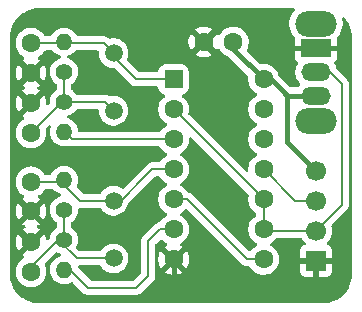
<source format=gbr>
%TF.GenerationSoftware,KiCad,Pcbnew,9.0.1*%
%TF.CreationDate,2025-04-18T19:28:50+01:00*%
%TF.ProjectId,ClockSel,436c6f63-6b53-4656-9c2e-6b696361645f,rev?*%
%TF.SameCoordinates,Original*%
%TF.FileFunction,Copper,L1,Top*%
%TF.FilePolarity,Positive*%
%FSLAX46Y46*%
G04 Gerber Fmt 4.6, Leading zero omitted, Abs format (unit mm)*
G04 Created by KiCad (PCBNEW 9.0.1) date 2025-04-18 19:28:50*
%MOMM*%
%LPD*%
G01*
G04 APERTURE LIST*
G04 Aperture macros list*
%AMRoundRect*
0 Rectangle with rounded corners*
0 $1 Rounding radius*
0 $2 $3 $4 $5 $6 $7 $8 $9 X,Y pos of 4 corners*
0 Add a 4 corners polygon primitive as box body*
4,1,4,$2,$3,$4,$5,$6,$7,$8,$9,$2,$3,0*
0 Add four circle primitives for the rounded corners*
1,1,$1+$1,$2,$3*
1,1,$1+$1,$4,$5*
1,1,$1+$1,$6,$7*
1,1,$1+$1,$8,$9*
0 Add four rect primitives between the rounded corners*
20,1,$1+$1,$2,$3,$4,$5,0*
20,1,$1+$1,$4,$5,$6,$7,0*
20,1,$1+$1,$6,$7,$8,$9,0*
20,1,$1+$1,$8,$9,$2,$3,0*%
G04 Aperture macros list end*
%TA.AperFunction,ComponentPad*%
%ADD10C,1.600000*%
%TD*%
%TA.AperFunction,ComponentPad*%
%ADD11R,1.700000X1.700000*%
%TD*%
%TA.AperFunction,ComponentPad*%
%ADD12C,1.700000*%
%TD*%
%TA.AperFunction,ComponentPad*%
%ADD13C,1.500000*%
%TD*%
%TA.AperFunction,ComponentPad*%
%ADD14C,1.400000*%
%TD*%
%TA.AperFunction,ComponentPad*%
%ADD15O,1.400000X1.400000*%
%TD*%
%TA.AperFunction,ComponentPad*%
%ADD16O,3.500000X2.200000*%
%TD*%
%TA.AperFunction,ComponentPad*%
%ADD17R,2.500000X1.500000*%
%TD*%
%TA.AperFunction,ComponentPad*%
%ADD18O,2.500000X1.500000*%
%TD*%
%TA.AperFunction,ComponentPad*%
%ADD19RoundRect,0.250000X-0.550000X-0.550000X0.550000X-0.550000X0.550000X0.550000X-0.550000X0.550000X0*%
%TD*%
%TA.AperFunction,ViaPad*%
%ADD20C,0.600000*%
%TD*%
%TA.AperFunction,Conductor*%
%ADD21C,0.400000*%
%TD*%
%TA.AperFunction,Conductor*%
%ADD22C,0.200000*%
%TD*%
G04 APERTURE END LIST*
D10*
%TO.P,C3,1*%
%TO.N,GND*%
X118650000Y-81710000D03*
%TO.P,C3,2*%
%TO.N,Net-(C3-Pad2)*%
X118650000Y-79210000D03*
%TD*%
%TO.P,C4,1*%
%TO.N,GND*%
X118650000Y-84310000D03*
%TO.P,C4,2*%
%TO.N,Net-(C4-Pad2)*%
X118650000Y-86810000D03*
%TD*%
D11*
%TO.P,J1,1,Pin_1*%
%TO.N,GND*%
X142780000Y-85890000D03*
D12*
%TO.P,J1,2,Pin_2*%
%TO.N,/Sel*%
X142780000Y-83350000D03*
%TO.P,J1,3,Pin_3*%
%TO.N,/Out*%
X142780000Y-80810000D03*
%TO.P,J1,4,Pin_4*%
%TO.N,VCC*%
X142780000Y-78270000D03*
%TD*%
D13*
%TO.P,Y2,1,1*%
%TO.N,Net-(C3-Pad2)*%
X125635000Y-80810000D03*
%TO.P,Y2,2,2*%
%TO.N,Net-(C4-Pad2)*%
X125635000Y-85690000D03*
%TD*%
D10*
%TO.P,C5,1*%
%TO.N,VCC*%
X135775000Y-67360000D03*
%TO.P,C5,2*%
%TO.N,GND*%
X133275000Y-67360000D03*
%TD*%
%TO.P,C2,1*%
%TO.N,GND*%
X118650000Y-72555000D03*
%TO.P,C2,2*%
%TO.N,Net-(C2-Pad2)*%
X118650000Y-75055000D03*
%TD*%
D14*
%TO.P,R3,1*%
%TO.N,Net-(C4-Pad2)*%
X121444000Y-81584000D03*
D15*
%TO.P,R3,2*%
%TO.N,Net-(C3-Pad2)*%
X121444000Y-79044000D03*
%TD*%
D13*
%TO.P,Y1,1,1*%
%TO.N,Net-(C1-Pad2)*%
X125635000Y-68310000D03*
%TO.P,Y1,2,2*%
%TO.N,Net-(C2-Pad2)*%
X125635000Y-73190000D03*
%TD*%
D14*
%TO.P,R2,1*%
%TO.N,Net-(C2-Pad2)*%
X121444000Y-72440000D03*
D15*
%TO.P,R2,2*%
%TO.N,Net-(R2-Pad2)*%
X121444000Y-74980000D03*
%TD*%
D10*
%TO.P,C1,1*%
%TO.N,GND*%
X118650000Y-69975000D03*
%TO.P,C1,2*%
%TO.N,Net-(C1-Pad2)*%
X118650000Y-67475000D03*
%TD*%
D16*
%TO.P,SW1,*%
%TO.N,*%
X142780000Y-65820000D03*
X142780000Y-74020000D03*
D17*
%TO.P,SW1,1,A*%
%TO.N,GND*%
X142780000Y-67920000D03*
D18*
%TO.P,SW1,2,B*%
%TO.N,/Sel*%
X142780000Y-69920000D03*
%TO.P,SW1,3,C*%
%TO.N,VCC*%
X142780000Y-71920000D03*
%TD*%
D14*
%TO.P,R4,1*%
%TO.N,Net-(C4-Pad2)*%
X121444000Y-84124000D03*
D15*
%TO.P,R4,2*%
%TO.N,Net-(R4-Pad2)*%
X121444000Y-86664000D03*
%TD*%
D19*
%TO.P,U1,1*%
%TO.N,Net-(C1-Pad2)*%
X130715000Y-70535000D03*
D10*
%TO.P,U1,2*%
%TO.N,/Sel*%
X130715000Y-73075000D03*
%TO.P,U1,3*%
%TO.N,Net-(R2-Pad2)*%
X130715000Y-75615000D03*
%TO.P,U1,4*%
%TO.N,Net-(C3-Pad2)*%
X130715000Y-78155000D03*
%TO.P,U1,5*%
%TO.N,/~{Sel}*%
X130715000Y-80695000D03*
%TO.P,U1,6*%
%TO.N,Net-(R4-Pad2)*%
X130715000Y-83235000D03*
%TO.P,U1,7,GND*%
%TO.N,GND*%
X130715000Y-85775000D03*
%TO.P,U1,8*%
%TO.N,/~{Sel}*%
X138335000Y-85775000D03*
%TO.P,U1,9*%
%TO.N,/Sel*%
X138335000Y-83235000D03*
%TO.P,U1,10*%
X138335000Y-80695000D03*
%TO.P,U1,11*%
%TO.N,/Out*%
X138335000Y-78155000D03*
%TO.P,U1,12*%
%TO.N,Net-(R4-Pad2)*%
X138335000Y-75615000D03*
%TO.P,U1,13*%
%TO.N,Net-(R2-Pad2)*%
X138335000Y-73075000D03*
%TO.P,U1,14,VCC*%
%TO.N,VCC*%
X138335000Y-70535000D03*
%TD*%
D14*
%TO.P,R1,1*%
%TO.N,Net-(C2-Pad2)*%
X121444000Y-69900000D03*
D15*
%TO.P,R1,2*%
%TO.N,Net-(C1-Pad2)*%
X121444000Y-67360000D03*
%TD*%
D20*
%TO.N,GND*%
X132620000Y-78270000D03*
X136430000Y-74345000D03*
X125508000Y-83108000D03*
X135795000Y-82715000D03*
X125508000Y-70916000D03*
%TD*%
D21*
%TO.N,GND*%
X140292000Y-67920000D02*
X137700000Y-65328000D01*
X130715000Y-87795000D02*
X131350000Y-88430000D01*
X142780000Y-67920000D02*
X140292000Y-67920000D01*
X142780000Y-87795000D02*
X142780000Y-85890000D01*
X142145000Y-88430000D02*
X142780000Y-87795000D01*
X143280000Y-67920000D02*
X142780000Y-67920000D01*
X131350000Y-88430000D02*
X142145000Y-88430000D01*
X130715000Y-85775000D02*
X130715000Y-87795000D01*
X135422000Y-65328000D02*
X133275000Y-67475000D01*
X137700000Y-65328000D02*
X135422000Y-65328000D01*
D22*
%TO.N,Net-(C1-Pad2)*%
X125635000Y-68630000D02*
X125635000Y-68310000D01*
X124800000Y-67475000D02*
X125635000Y-68310000D01*
X118650000Y-67475000D02*
X124800000Y-67475000D01*
X130715000Y-70535000D02*
X127540000Y-70535000D01*
X127540000Y-70535000D02*
X125635000Y-68630000D01*
%TO.N,Net-(C2-Pad2)*%
X124885000Y-72440000D02*
X125635000Y-73190000D01*
X121444000Y-70269000D02*
X121444000Y-72440000D01*
X121265000Y-72440000D02*
X121444000Y-72440000D01*
X118690000Y-75095000D02*
X118650000Y-75055000D01*
X118650000Y-75055000D02*
X121265000Y-72440000D01*
X121444000Y-72440000D02*
X124885000Y-72440000D01*
%TO.N,Net-(C3-Pad2)*%
X128925000Y-78155000D02*
X130715000Y-78155000D01*
X122810000Y-80810000D02*
X121190000Y-79190000D01*
X125635000Y-80810000D02*
X122810000Y-80810000D01*
X121170000Y-79210000D02*
X121190000Y-79190000D01*
X125635000Y-81445000D02*
X128925000Y-78155000D01*
X118650000Y-79210000D02*
X121170000Y-79210000D01*
%TO.N,Net-(C4-Pad2)*%
X122502000Y-85690000D02*
X125635000Y-85690000D01*
X118650000Y-86410000D02*
X118650000Y-86810000D01*
X120936000Y-84124000D02*
X122502000Y-85690000D01*
X120936000Y-84124000D02*
X118650000Y-86410000D01*
X121444000Y-82092000D02*
X121444000Y-84124000D01*
D21*
%TO.N,VCC*%
X139980000Y-71545000D02*
X138970000Y-70535000D01*
X135775000Y-67975000D02*
X135775000Y-67475000D01*
X140355000Y-71920000D02*
X139980000Y-71545000D01*
X142780000Y-71920000D02*
X140355000Y-71920000D01*
X138970000Y-70535000D02*
X138335000Y-70535000D01*
X140240000Y-71805000D02*
X139980000Y-71545000D01*
X142780000Y-78270000D02*
X140355000Y-75845000D01*
X140355000Y-75845000D02*
X140355000Y-71920000D01*
X138335000Y-70535000D02*
X135775000Y-67975000D01*
X143452735Y-71920000D02*
X142780000Y-71920000D01*
D22*
%TO.N,/Sel*%
X130715000Y-73075000D02*
X138335000Y-80695000D01*
X142780000Y-83350000D02*
X138450000Y-83350000D01*
X138450000Y-83350000D02*
X138335000Y-83235000D01*
X144954655Y-70919655D02*
X144954655Y-81175345D01*
X144954655Y-81175345D02*
X142780000Y-83350000D01*
X143955000Y-69920000D02*
X144954655Y-70919655D01*
X142780000Y-69920000D02*
X143955000Y-69920000D01*
X138335000Y-80695000D02*
X138335000Y-83235000D01*
%TO.N,/Out*%
X140990000Y-80810000D02*
X142780000Y-80810000D01*
X138335000Y-78155000D02*
X140990000Y-80810000D01*
%TO.N,/~{Sel}*%
X136950000Y-85775000D02*
X131870000Y-80695000D01*
X131870000Y-80695000D02*
X130715000Y-80695000D01*
X138335000Y-85775000D02*
X136950000Y-85775000D01*
%TO.N,Net-(R2-Pad2)*%
X121444000Y-74980000D02*
X122079000Y-75615000D01*
X122079000Y-75615000D02*
X130715000Y-75615000D01*
%TO.N,Net-(R4-Pad2)*%
X128556000Y-87172000D02*
X128556000Y-84251000D01*
X128556000Y-84251000D02*
X129572000Y-83235000D01*
X121952000Y-86664000D02*
X123476000Y-88188000D01*
X120936000Y-86664000D02*
X121952000Y-86664000D01*
X130715000Y-83235000D02*
X129572000Y-83235000D01*
X127540000Y-88188000D02*
X128556000Y-87172000D01*
X123476000Y-88188000D02*
X127540000Y-88188000D01*
%TD*%
%TA.AperFunction,Conductor*%
%TO.N,GND*%
G36*
X140953728Y-64520185D02*
G01*
X140999483Y-64572989D01*
X141009427Y-64642147D01*
X140980402Y-64705703D01*
X140974370Y-64712181D01*
X140909205Y-64777345D01*
X140909201Y-64777350D01*
X140761132Y-64981151D01*
X140646760Y-65205616D01*
X140568910Y-65445214D01*
X140529500Y-65694038D01*
X140529500Y-65945961D01*
X140568910Y-66194785D01*
X140646760Y-66434383D01*
X140761132Y-66658848D01*
X140909201Y-66862649D01*
X140909205Y-66862654D01*
X141001516Y-66954965D01*
X141035001Y-67016288D01*
X141037124Y-67055901D01*
X141030001Y-67122153D01*
X141030000Y-67122172D01*
X141030000Y-67670000D01*
X142464314Y-67670000D01*
X142459920Y-67674394D01*
X142407259Y-67765606D01*
X142380000Y-67867339D01*
X142380000Y-67972661D01*
X142407259Y-68074394D01*
X142459920Y-68165606D01*
X142464314Y-68170000D01*
X141030000Y-68170000D01*
X141030000Y-68717844D01*
X141036401Y-68777372D01*
X141036403Y-68777379D01*
X141086645Y-68912086D01*
X141086649Y-68912093D01*
X141172809Y-69027187D01*
X141211070Y-69055830D01*
X141252940Y-69111764D01*
X141257924Y-69181456D01*
X141237077Y-69227980D01*
X141210482Y-69264585D01*
X141210477Y-69264593D01*
X141121117Y-69439970D01*
X141060290Y-69627173D01*
X141029500Y-69821577D01*
X141029500Y-70018422D01*
X141060290Y-70212826D01*
X141121117Y-70400029D01*
X141186933Y-70529199D01*
X141210476Y-70575405D01*
X141326172Y-70734646D01*
X141326174Y-70734648D01*
X141423845Y-70832319D01*
X141426426Y-70837047D01*
X141430923Y-70840020D01*
X141442998Y-70867395D01*
X141457330Y-70893642D01*
X141456945Y-70899015D01*
X141459121Y-70903947D01*
X141454479Y-70933497D01*
X141452346Y-70963334D01*
X141448892Y-70969068D01*
X141448280Y-70972971D01*
X141436270Y-70990029D01*
X141428815Y-71002412D01*
X141426408Y-71005117D01*
X141326172Y-71105354D01*
X141276779Y-71173336D01*
X141272710Y-71177912D01*
X141248063Y-71193303D01*
X141225047Y-71211051D01*
X141217318Y-71212502D01*
X141213447Y-71214920D01*
X141205027Y-71214810D01*
X141180059Y-71219500D01*
X140696519Y-71219500D01*
X140629480Y-71199815D01*
X140608838Y-71183181D01*
X139599189Y-70173532D01*
X139568939Y-70124168D01*
X139540222Y-70035785D01*
X139531375Y-70018422D01*
X139447287Y-69853390D01*
X139412503Y-69805513D01*
X139326971Y-69687786D01*
X139182213Y-69543028D01*
X139016613Y-69422715D01*
X139016612Y-69422714D01*
X139016610Y-69422713D01*
X138931845Y-69379523D01*
X138834223Y-69329781D01*
X138639534Y-69266522D01*
X138464995Y-69238878D01*
X138437352Y-69234500D01*
X138232648Y-69234500D01*
X138115929Y-69252986D01*
X138046636Y-69244031D01*
X138008851Y-69218194D01*
X136932419Y-68141762D01*
X136898934Y-68080439D01*
X136903918Y-68010747D01*
X136909609Y-67997799D01*
X136980220Y-67859219D01*
X137043477Y-67664534D01*
X137075500Y-67462352D01*
X137075500Y-67257648D01*
X137067257Y-67205606D01*
X137043477Y-67055465D01*
X136997974Y-66915423D01*
X136980220Y-66860781D01*
X136980218Y-66860778D01*
X136980218Y-66860776D01*
X136937750Y-66777429D01*
X136887287Y-66678390D01*
X136855092Y-66634077D01*
X136766971Y-66512786D01*
X136622213Y-66368028D01*
X136456613Y-66247715D01*
X136456612Y-66247714D01*
X136456610Y-66247713D01*
X136399653Y-66218691D01*
X136274223Y-66154781D01*
X136079534Y-66091522D01*
X135904995Y-66063878D01*
X135877352Y-66059500D01*
X135672648Y-66059500D01*
X135648329Y-66063351D01*
X135470465Y-66091522D01*
X135275776Y-66154781D01*
X135093386Y-66247715D01*
X134927786Y-66368028D01*
X134783028Y-66512786D01*
X134662714Y-66678386D01*
X134635203Y-66732379D01*
X134587227Y-66783174D01*
X134519406Y-66799968D01*
X134453272Y-66777429D01*
X134414234Y-66732376D01*
X134386861Y-66678652D01*
X134354474Y-66634077D01*
X134354474Y-66634076D01*
X133675000Y-67313551D01*
X133675000Y-67307339D01*
X133647741Y-67205606D01*
X133595080Y-67114394D01*
X133520606Y-67039920D01*
X133429394Y-66987259D01*
X133327661Y-66960000D01*
X133321446Y-66960000D01*
X134000922Y-66280524D01*
X134000921Y-66280523D01*
X133956359Y-66248147D01*
X133956350Y-66248141D01*
X133774031Y-66155244D01*
X133579417Y-66092009D01*
X133377317Y-66060000D01*
X133172683Y-66060000D01*
X132970582Y-66092009D01*
X132775968Y-66155244D01*
X132593644Y-66248143D01*
X132549077Y-66280523D01*
X132549077Y-66280524D01*
X133228554Y-66960000D01*
X133222339Y-66960000D01*
X133120606Y-66987259D01*
X133029394Y-67039920D01*
X132954920Y-67114394D01*
X132902259Y-67205606D01*
X132875000Y-67307339D01*
X132875000Y-67313553D01*
X132195524Y-66634077D01*
X132195523Y-66634077D01*
X132163143Y-66678644D01*
X132070244Y-66860968D01*
X132007009Y-67055582D01*
X131975000Y-67257682D01*
X131975000Y-67462317D01*
X132007009Y-67664417D01*
X132070244Y-67859031D01*
X132163141Y-68041350D01*
X132163147Y-68041359D01*
X132195523Y-68085921D01*
X132195524Y-68085922D01*
X132875000Y-67406446D01*
X132875000Y-67412661D01*
X132902259Y-67514394D01*
X132954920Y-67605606D01*
X133029394Y-67680080D01*
X133120606Y-67732741D01*
X133222339Y-67760000D01*
X133228553Y-67760000D01*
X132549076Y-68439474D01*
X132593650Y-68471859D01*
X132775968Y-68564755D01*
X132970582Y-68627990D01*
X133172683Y-68660000D01*
X133377317Y-68660000D01*
X133579417Y-68627990D01*
X133774031Y-68564755D01*
X133956349Y-68471859D01*
X134000921Y-68439474D01*
X133321447Y-67760000D01*
X133327661Y-67760000D01*
X133429394Y-67732741D01*
X133520606Y-67680080D01*
X133595080Y-67605606D01*
X133647741Y-67514394D01*
X133675000Y-67412661D01*
X133675000Y-67406447D01*
X134354474Y-68085921D01*
X134386859Y-68041349D01*
X134414233Y-67987624D01*
X134462207Y-67936827D01*
X134530028Y-67920031D01*
X134596163Y-67942567D01*
X134635203Y-67987621D01*
X134662713Y-68041611D01*
X134783028Y-68207213D01*
X134927786Y-68351971D01*
X135048226Y-68439474D01*
X135093390Y-68472287D01*
X135275781Y-68565220D01*
X135275783Y-68565220D01*
X135275786Y-68565222D01*
X135275784Y-68565222D01*
X135393794Y-68603565D01*
X135443158Y-68633815D01*
X137018194Y-70208851D01*
X137051679Y-70270174D01*
X137052986Y-70315929D01*
X137039667Y-70400025D01*
X137034500Y-70432648D01*
X137034500Y-70637352D01*
X137038878Y-70664995D01*
X137066522Y-70839534D01*
X137129781Y-71034223D01*
X137166025Y-71105354D01*
X137218320Y-71207989D01*
X137222715Y-71216613D01*
X137343028Y-71382213D01*
X137487786Y-71526971D01*
X137642749Y-71639556D01*
X137653390Y-71647287D01*
X137728719Y-71685669D01*
X137746080Y-71694515D01*
X137796876Y-71742490D01*
X137813671Y-71810311D01*
X137791134Y-71876446D01*
X137746080Y-71915485D01*
X137653386Y-71962715D01*
X137487786Y-72083028D01*
X137343028Y-72227786D01*
X137222715Y-72393386D01*
X137129781Y-72575776D01*
X137066522Y-72770465D01*
X137034500Y-72972648D01*
X137034500Y-73177351D01*
X137066522Y-73379534D01*
X137129781Y-73574223D01*
X137190931Y-73694234D01*
X137209923Y-73731509D01*
X137222715Y-73756613D01*
X137343028Y-73922213D01*
X137487786Y-74066971D01*
X137593569Y-74143825D01*
X137653390Y-74187287D01*
X137744840Y-74233883D01*
X137746080Y-74234515D01*
X137796876Y-74282490D01*
X137813671Y-74350311D01*
X137791134Y-74416446D01*
X137746080Y-74455485D01*
X137653386Y-74502715D01*
X137487786Y-74623028D01*
X137343028Y-74767786D01*
X137222715Y-74933386D01*
X137129781Y-75115776D01*
X137066522Y-75310465D01*
X137034500Y-75512648D01*
X137034500Y-75717351D01*
X137066522Y-75919534D01*
X137129781Y-76114223D01*
X137181385Y-76215500D01*
X137222712Y-76296609D01*
X137222715Y-76296613D01*
X137343028Y-76462213D01*
X137487786Y-76606971D01*
X137642749Y-76719556D01*
X137653390Y-76727287D01*
X137744840Y-76773883D01*
X137746080Y-76774515D01*
X137796876Y-76822490D01*
X137813671Y-76890311D01*
X137791134Y-76956446D01*
X137746080Y-76995485D01*
X137653386Y-77042715D01*
X137487786Y-77163028D01*
X137343028Y-77307786D01*
X137222715Y-77473386D01*
X137129781Y-77655776D01*
X137066522Y-77850465D01*
X137034500Y-78052648D01*
X137034500Y-78245903D01*
X137014815Y-78312942D01*
X136962011Y-78358697D01*
X136892853Y-78368641D01*
X136829297Y-78339616D01*
X136822819Y-78333584D01*
X132009077Y-73519842D01*
X131975592Y-73458519D01*
X131978828Y-73393841D01*
X131983477Y-73379534D01*
X132015500Y-73177352D01*
X132015500Y-72972648D01*
X132003546Y-72897173D01*
X131983477Y-72770465D01*
X131930169Y-72606401D01*
X131920220Y-72575781D01*
X131920218Y-72575778D01*
X131920218Y-72575776D01*
X131882799Y-72502339D01*
X131827287Y-72393390D01*
X131766261Y-72309394D01*
X131706971Y-72227786D01*
X131562219Y-72083034D01*
X131548308Y-72072927D01*
X131468547Y-72014978D01*
X131425882Y-71959649D01*
X131419903Y-71890036D01*
X131452508Y-71828240D01*
X131502426Y-71796955D01*
X131584334Y-71769814D01*
X131733656Y-71677712D01*
X131857712Y-71553656D01*
X131949814Y-71404334D01*
X132004999Y-71237797D01*
X132015500Y-71135009D01*
X132015499Y-69934992D01*
X132014206Y-69922339D01*
X132004999Y-69832203D01*
X132004998Y-69832200D01*
X131970931Y-69729394D01*
X131949814Y-69665666D01*
X131857712Y-69516344D01*
X131733656Y-69392288D01*
X131584334Y-69300186D01*
X131417797Y-69245001D01*
X131417795Y-69245000D01*
X131315010Y-69234500D01*
X130114998Y-69234500D01*
X130114981Y-69234501D01*
X130012203Y-69245000D01*
X130012200Y-69245001D01*
X129845668Y-69300185D01*
X129845663Y-69300187D01*
X129696342Y-69392289D01*
X129572289Y-69516342D01*
X129480187Y-69665663D01*
X129480185Y-69665668D01*
X129425000Y-69832204D01*
X129424088Y-69836467D01*
X129390801Y-69897898D01*
X129329586Y-69931581D01*
X129302837Y-69934500D01*
X127840097Y-69934500D01*
X127773058Y-69914815D01*
X127752416Y-69898181D01*
X126807084Y-68952849D01*
X126773599Y-68891526D01*
X126778583Y-68821834D01*
X126784277Y-68808878D01*
X126793884Y-68790025D01*
X126854709Y-68602826D01*
X126862837Y-68551507D01*
X126885500Y-68408422D01*
X126885500Y-68211577D01*
X126854709Y-68017173D01*
X126793882Y-67829970D01*
X126709588Y-67664534D01*
X126704524Y-67654595D01*
X126588828Y-67495354D01*
X126449646Y-67356172D01*
X126290405Y-67240476D01*
X126115029Y-67151117D01*
X125927826Y-67090290D01*
X125733422Y-67059500D01*
X125733417Y-67059500D01*
X125536583Y-67059500D01*
X125536578Y-67059500D01*
X125337546Y-67091023D01*
X125268252Y-67082068D01*
X125244472Y-67068289D01*
X125237020Y-67062784D01*
X125168716Y-66994480D01*
X125064148Y-66934108D01*
X125058095Y-66930613D01*
X125058092Y-66930611D01*
X125031785Y-66915423D01*
X124879057Y-66874499D01*
X124720943Y-66874499D01*
X124713347Y-66874499D01*
X124713331Y-66874500D01*
X122619966Y-66874500D01*
X122552927Y-66854815D01*
X122509481Y-66806795D01*
X122470759Y-66730800D01*
X122359690Y-66577927D01*
X122226073Y-66444310D01*
X122073199Y-66333240D01*
X121904836Y-66247454D01*
X121725118Y-66189059D01*
X121538486Y-66159500D01*
X121538481Y-66159500D01*
X121349519Y-66159500D01*
X121349514Y-66159500D01*
X121162881Y-66189059D01*
X120983163Y-66247454D01*
X120814800Y-66333240D01*
X120766911Y-66368034D01*
X120661927Y-66444310D01*
X120661925Y-66444312D01*
X120661924Y-66444312D01*
X120528312Y-66577924D01*
X120528312Y-66577925D01*
X120528310Y-66577927D01*
X120480610Y-66643579D01*
X120417240Y-66730800D01*
X120378519Y-66806795D01*
X120330544Y-66857591D01*
X120268034Y-66874500D01*
X119879602Y-66874500D01*
X119812563Y-66854815D01*
X119769117Y-66806795D01*
X119762287Y-66793390D01*
X119762285Y-66793387D01*
X119762284Y-66793385D01*
X119641971Y-66627786D01*
X119497213Y-66483028D01*
X119331613Y-66362715D01*
X119331612Y-66362714D01*
X119331610Y-66362713D01*
X119273766Y-66333240D01*
X119149223Y-66269781D01*
X118954534Y-66206522D01*
X118779995Y-66178878D01*
X118752352Y-66174500D01*
X118547648Y-66174500D01*
X118523329Y-66178351D01*
X118345465Y-66206522D01*
X118150776Y-66269781D01*
X117968386Y-66362715D01*
X117802786Y-66483028D01*
X117658028Y-66627786D01*
X117537715Y-66793386D01*
X117444781Y-66975776D01*
X117381522Y-67170465D01*
X117352109Y-67356174D01*
X117349500Y-67372648D01*
X117349500Y-67577352D01*
X117353878Y-67604995D01*
X117381522Y-67779534D01*
X117444781Y-67974223D01*
X117505001Y-68092409D01*
X117533320Y-68147989D01*
X117537715Y-68156613D01*
X117658028Y-68322213D01*
X117802786Y-68466971D01*
X117968385Y-68587284D01*
X117968387Y-68587285D01*
X117968390Y-68587287D01*
X118022378Y-68614795D01*
X118073174Y-68662769D01*
X118089969Y-68730590D01*
X118067432Y-68796725D01*
X118022378Y-68835765D01*
X117968644Y-68863143D01*
X117924077Y-68895523D01*
X117924077Y-68895524D01*
X118603554Y-69575000D01*
X118597339Y-69575000D01*
X118495606Y-69602259D01*
X118404394Y-69654920D01*
X118329920Y-69729394D01*
X118277259Y-69820606D01*
X118250000Y-69922339D01*
X118250000Y-69928553D01*
X117570524Y-69249077D01*
X117570523Y-69249077D01*
X117538143Y-69293644D01*
X117445244Y-69475968D01*
X117382009Y-69670582D01*
X117350000Y-69872682D01*
X117350000Y-70077317D01*
X117382009Y-70279417D01*
X117445244Y-70474031D01*
X117538141Y-70656350D01*
X117538147Y-70656359D01*
X117570523Y-70700921D01*
X117570524Y-70700922D01*
X118250000Y-70021446D01*
X118250000Y-70027661D01*
X118277259Y-70129394D01*
X118329920Y-70220606D01*
X118404394Y-70295080D01*
X118495606Y-70347741D01*
X118597339Y-70375000D01*
X118603553Y-70375000D01*
X117924076Y-71054474D01*
X117968650Y-71086859D01*
X118101432Y-71154515D01*
X118152228Y-71202489D01*
X118169023Y-71270310D01*
X118146486Y-71336445D01*
X118101432Y-71375485D01*
X117968644Y-71443143D01*
X117924077Y-71475523D01*
X117924077Y-71475524D01*
X118603554Y-72155000D01*
X118597339Y-72155000D01*
X118495606Y-72182259D01*
X118404394Y-72234920D01*
X118329920Y-72309394D01*
X118277259Y-72400606D01*
X118250000Y-72502339D01*
X118250000Y-72508553D01*
X117570524Y-71829077D01*
X117570523Y-71829077D01*
X117538143Y-71873644D01*
X117445244Y-72055968D01*
X117382009Y-72250582D01*
X117350000Y-72452682D01*
X117350000Y-72657317D01*
X117382009Y-72859417D01*
X117445244Y-73054031D01*
X117538141Y-73236350D01*
X117538147Y-73236359D01*
X117570523Y-73280921D01*
X117570524Y-73280922D01*
X118250000Y-72601446D01*
X118250000Y-72607661D01*
X118277259Y-72709394D01*
X118329920Y-72800606D01*
X118404394Y-72875080D01*
X118495606Y-72927741D01*
X118597339Y-72955000D01*
X118603553Y-72955000D01*
X117924076Y-73634474D01*
X117968652Y-73666861D01*
X118022376Y-73694234D01*
X118073172Y-73742208D01*
X118089968Y-73810028D01*
X118067431Y-73876164D01*
X118022379Y-73915203D01*
X117968386Y-73942714D01*
X117802786Y-74063028D01*
X117658028Y-74207786D01*
X117537715Y-74373386D01*
X117444781Y-74555776D01*
X117381522Y-74750465D01*
X117349500Y-74952648D01*
X117349500Y-75157351D01*
X117381522Y-75359534D01*
X117444781Y-75554223D01*
X117537715Y-75736613D01*
X117658028Y-75902213D01*
X117802786Y-76046971D01*
X117943392Y-76149125D01*
X117968390Y-76167287D01*
X118084607Y-76226503D01*
X118150776Y-76260218D01*
X118150778Y-76260218D01*
X118150781Y-76260220D01*
X118247193Y-76291546D01*
X118345465Y-76323477D01*
X118446557Y-76339488D01*
X118547648Y-76355500D01*
X118547649Y-76355500D01*
X118752351Y-76355500D01*
X118752352Y-76355500D01*
X118954534Y-76323477D01*
X119149219Y-76260220D01*
X119331610Y-76167287D01*
X119434484Y-76092545D01*
X119497213Y-76046971D01*
X119497215Y-76046968D01*
X119497219Y-76046966D01*
X119641966Y-75902219D01*
X119641968Y-75902215D01*
X119641971Y-75902213D01*
X119733664Y-75776006D01*
X119762287Y-75736610D01*
X119855220Y-75554219D01*
X119918477Y-75359534D01*
X119950500Y-75157352D01*
X119950500Y-74952648D01*
X119921220Y-74767782D01*
X119918478Y-74750472D01*
X119918477Y-74750471D01*
X119918477Y-74750466D01*
X119913825Y-74736151D01*
X119913391Y-74720940D01*
X119908074Y-74706683D01*
X119912414Y-74686728D01*
X119911832Y-74666312D01*
X119919920Y-74652225D01*
X119922926Y-74638410D01*
X119944074Y-74610159D01*
X120108889Y-74445344D01*
X120170210Y-74411861D01*
X120239902Y-74416845D01*
X120295835Y-74458717D01*
X120320252Y-74524181D01*
X120314499Y-74571345D01*
X120273060Y-74698877D01*
X120273060Y-74698880D01*
X120243500Y-74885513D01*
X120243500Y-75074486D01*
X120273059Y-75261118D01*
X120331454Y-75440836D01*
X120376804Y-75529839D01*
X120417240Y-75609199D01*
X120528310Y-75762073D01*
X120661927Y-75895690D01*
X120814801Y-76006760D01*
X120893710Y-76046966D01*
X120983163Y-76092545D01*
X120983165Y-76092545D01*
X120983168Y-76092547D01*
X121071131Y-76121128D01*
X121162881Y-76150940D01*
X121349514Y-76180500D01*
X121349519Y-76180500D01*
X121538486Y-76180500D01*
X121642168Y-76164077D01*
X121725118Y-76150940D01*
X121725129Y-76150936D01*
X121729853Y-76149803D01*
X121730133Y-76150971D01*
X121794362Y-76149125D01*
X121824859Y-76161669D01*
X121847216Y-76174577D01*
X121999943Y-76215501D01*
X121999945Y-76215501D01*
X122165654Y-76215501D01*
X122165670Y-76215500D01*
X129485398Y-76215500D01*
X129552437Y-76235185D01*
X129595883Y-76283205D01*
X129602715Y-76296614D01*
X129723028Y-76462213D01*
X129867786Y-76606971D01*
X130022749Y-76719556D01*
X130033390Y-76727287D01*
X130124840Y-76773883D01*
X130126080Y-76774515D01*
X130176876Y-76822490D01*
X130193671Y-76890311D01*
X130171134Y-76956446D01*
X130126080Y-76995485D01*
X130033386Y-77042715D01*
X129867786Y-77163028D01*
X129723028Y-77307786D01*
X129602715Y-77473385D01*
X129595883Y-77486795D01*
X129547909Y-77537591D01*
X129485398Y-77554500D01*
X129011670Y-77554500D01*
X129011654Y-77554499D01*
X129004058Y-77554499D01*
X128845943Y-77554499D01*
X128769579Y-77574961D01*
X128693214Y-77595423D01*
X128693209Y-77595426D01*
X128556290Y-77674475D01*
X128556282Y-77674481D01*
X126481062Y-79749700D01*
X126419739Y-79783185D01*
X126350047Y-79778201D01*
X126320497Y-79762338D01*
X126290408Y-79740477D01*
X126115029Y-79651117D01*
X125927826Y-79590290D01*
X125733422Y-79559500D01*
X125733417Y-79559500D01*
X125536583Y-79559500D01*
X125536578Y-79559500D01*
X125342173Y-79590290D01*
X125154970Y-79651117D01*
X124979594Y-79740476D01*
X124925338Y-79779896D01*
X124820354Y-79856172D01*
X124820352Y-79856174D01*
X124820351Y-79856174D01*
X124681174Y-79995351D01*
X124681174Y-79995352D01*
X124681172Y-79995354D01*
X124574776Y-80141795D01*
X124562722Y-80158386D01*
X124507392Y-80201051D01*
X124462404Y-80209500D01*
X123110097Y-80209500D01*
X123043058Y-80189815D01*
X123022416Y-80173181D01*
X122551906Y-79702671D01*
X122518421Y-79641348D01*
X122523405Y-79571656D01*
X122529103Y-79558694D01*
X122556544Y-79504838D01*
X122556544Y-79504837D01*
X122556547Y-79504832D01*
X122614940Y-79325118D01*
X122618902Y-79300104D01*
X122644500Y-79138486D01*
X122644500Y-78949513D01*
X122614940Y-78762881D01*
X122565103Y-78609500D01*
X122556547Y-78583168D01*
X122556545Y-78583165D01*
X122556545Y-78583163D01*
X122493736Y-78459895D01*
X122470760Y-78414801D01*
X122359690Y-78261927D01*
X122226073Y-78128310D01*
X122073199Y-78017240D01*
X121904836Y-77931454D01*
X121725118Y-77873059D01*
X121538486Y-77843500D01*
X121538481Y-77843500D01*
X121349519Y-77843500D01*
X121349514Y-77843500D01*
X121162881Y-77873059D01*
X120983163Y-77931454D01*
X120814800Y-78017240D01*
X120727579Y-78080610D01*
X120661927Y-78128310D01*
X120661925Y-78128312D01*
X120661924Y-78128312D01*
X120528312Y-78261924D01*
X120528312Y-78261925D01*
X120528310Y-78261927D01*
X120491245Y-78312942D01*
X120417240Y-78414800D01*
X120352533Y-78541795D01*
X120304558Y-78592591D01*
X120242048Y-78609500D01*
X119879602Y-78609500D01*
X119812563Y-78589815D01*
X119769117Y-78541795D01*
X119762287Y-78528390D01*
X119762285Y-78528387D01*
X119762284Y-78528385D01*
X119641971Y-78362786D01*
X119497213Y-78218028D01*
X119331613Y-78097715D01*
X119331612Y-78097714D01*
X119331610Y-78097713D01*
X119271896Y-78067287D01*
X119149223Y-78004781D01*
X118954534Y-77941522D01*
X118779995Y-77913878D01*
X118752352Y-77909500D01*
X118547648Y-77909500D01*
X118523329Y-77913351D01*
X118345465Y-77941522D01*
X118150776Y-78004781D01*
X117968386Y-78097715D01*
X117802786Y-78218028D01*
X117658028Y-78362786D01*
X117537715Y-78528386D01*
X117444781Y-78710776D01*
X117381522Y-78905465D01*
X117349500Y-79107648D01*
X117349500Y-79312351D01*
X117381522Y-79514534D01*
X117444781Y-79709223D01*
X117504320Y-79826073D01*
X117519657Y-79856174D01*
X117537715Y-79891613D01*
X117658028Y-80057213D01*
X117802786Y-80201971D01*
X117968385Y-80322284D01*
X117968387Y-80322285D01*
X117968390Y-80322287D01*
X118022378Y-80349795D01*
X118073174Y-80397769D01*
X118089969Y-80465590D01*
X118067432Y-80531725D01*
X118022378Y-80570765D01*
X117968644Y-80598143D01*
X117924077Y-80630523D01*
X117924077Y-80630524D01*
X118603554Y-81310000D01*
X118597339Y-81310000D01*
X118495606Y-81337259D01*
X118404394Y-81389920D01*
X118329920Y-81464394D01*
X118277259Y-81555606D01*
X118250000Y-81657339D01*
X118250000Y-81663553D01*
X117570524Y-80984077D01*
X117570523Y-80984077D01*
X117538143Y-81028644D01*
X117445244Y-81210968D01*
X117382009Y-81405582D01*
X117350000Y-81607682D01*
X117350000Y-81812317D01*
X117382009Y-82014417D01*
X117445244Y-82209031D01*
X117538141Y-82391350D01*
X117538147Y-82391359D01*
X117570523Y-82435921D01*
X117570524Y-82435922D01*
X118250000Y-81756446D01*
X118250000Y-81762661D01*
X118277259Y-81864394D01*
X118329920Y-81955606D01*
X118404394Y-82030080D01*
X118495606Y-82082741D01*
X118597339Y-82110000D01*
X118603553Y-82110000D01*
X117924076Y-82789474D01*
X117968650Y-82821859D01*
X118121058Y-82899515D01*
X118171854Y-82947489D01*
X118188649Y-83015310D01*
X118166112Y-83081445D01*
X118121058Y-83120485D01*
X117968644Y-83198143D01*
X117924077Y-83230523D01*
X117924077Y-83230524D01*
X118603554Y-83910000D01*
X118597339Y-83910000D01*
X118495606Y-83937259D01*
X118404394Y-83989920D01*
X118329920Y-84064394D01*
X118277259Y-84155606D01*
X118250000Y-84257339D01*
X118250000Y-84263553D01*
X117570524Y-83584077D01*
X117570523Y-83584077D01*
X117538143Y-83628644D01*
X117445244Y-83810968D01*
X117382009Y-84005582D01*
X117350000Y-84207682D01*
X117350000Y-84412317D01*
X117382009Y-84614417D01*
X117445244Y-84809031D01*
X117538141Y-84991350D01*
X117538147Y-84991359D01*
X117570523Y-85035921D01*
X117570524Y-85035922D01*
X118250000Y-84356446D01*
X118250000Y-84362661D01*
X118277259Y-84464394D01*
X118329920Y-84555606D01*
X118404394Y-84630080D01*
X118495606Y-84682741D01*
X118597339Y-84710000D01*
X118603553Y-84710000D01*
X117924076Y-85389474D01*
X117968652Y-85421861D01*
X118022376Y-85449234D01*
X118073172Y-85497208D01*
X118089968Y-85565028D01*
X118067431Y-85631164D01*
X118022379Y-85670203D01*
X117968386Y-85697714D01*
X117802786Y-85818028D01*
X117658028Y-85962786D01*
X117537715Y-86128386D01*
X117444781Y-86310776D01*
X117381522Y-86505465D01*
X117359608Y-86643828D01*
X117349500Y-86707648D01*
X117349500Y-86912352D01*
X117352946Y-86934108D01*
X117381522Y-87114534D01*
X117444781Y-87309223D01*
X117537715Y-87491613D01*
X117658028Y-87657213D01*
X117802786Y-87801971D01*
X117957749Y-87914556D01*
X117968390Y-87922287D01*
X118084607Y-87981503D01*
X118150776Y-88015218D01*
X118150778Y-88015218D01*
X118150781Y-88015220D01*
X118255137Y-88049127D01*
X118345465Y-88078477D01*
X118446557Y-88094488D01*
X118547648Y-88110500D01*
X118547649Y-88110500D01*
X118752351Y-88110500D01*
X118752352Y-88110500D01*
X118954534Y-88078477D01*
X119149219Y-88015220D01*
X119331610Y-87922287D01*
X119451834Y-87834940D01*
X119497213Y-87801971D01*
X119497215Y-87801968D01*
X119497219Y-87801966D01*
X119641966Y-87657219D01*
X119641968Y-87657215D01*
X119641971Y-87657213D01*
X119719006Y-87551181D01*
X119762287Y-87491610D01*
X119855220Y-87309219D01*
X119918477Y-87114534D01*
X119950500Y-86912352D01*
X119950500Y-86707648D01*
X119918477Y-86505466D01*
X119918211Y-86504648D01*
X119889127Y-86415137D01*
X119855220Y-86310781D01*
X119855218Y-86310778D01*
X119855218Y-86310776D01*
X119809451Y-86220954D01*
X119796555Y-86152285D01*
X119822831Y-86087544D01*
X119832246Y-86076987D01*
X120713784Y-85195449D01*
X120775105Y-85161966D01*
X120844797Y-85166950D01*
X120857749Y-85172643D01*
X120924119Y-85206460D01*
X120983163Y-85236545D01*
X120983165Y-85236545D01*
X120983168Y-85236547D01*
X121072734Y-85265649D01*
X121104803Y-85276069D01*
X121162478Y-85315507D01*
X121189676Y-85379866D01*
X121177761Y-85448712D01*
X121130516Y-85500188D01*
X121104803Y-85511931D01*
X120983163Y-85551454D01*
X120814800Y-85637240D01*
X120732539Y-85697007D01*
X120661927Y-85748310D01*
X120661925Y-85748312D01*
X120661924Y-85748312D01*
X120528312Y-85881924D01*
X120528312Y-85881925D01*
X120528310Y-85881927D01*
X120493823Y-85929394D01*
X120417240Y-86034800D01*
X120331454Y-86203163D01*
X120273059Y-86382881D01*
X120243500Y-86569513D01*
X120243500Y-86758486D01*
X120273059Y-86945118D01*
X120331454Y-87124836D01*
X120417240Y-87293199D01*
X120528310Y-87446073D01*
X120661927Y-87579690D01*
X120814801Y-87690760D01*
X120857759Y-87712648D01*
X120983163Y-87776545D01*
X120983165Y-87776545D01*
X120983168Y-87776547D01*
X121061399Y-87801966D01*
X121162881Y-87834940D01*
X121349514Y-87864500D01*
X121349519Y-87864500D01*
X121538486Y-87864500D01*
X121725118Y-87834940D01*
X121904832Y-87776547D01*
X122030241Y-87712647D01*
X122098910Y-87699752D01*
X122163651Y-87726028D01*
X122174217Y-87735452D01*
X122991139Y-88552374D01*
X122991149Y-88552385D01*
X122995479Y-88556715D01*
X122995480Y-88556716D01*
X123107284Y-88668520D01*
X123107286Y-88668521D01*
X123107290Y-88668524D01*
X123244209Y-88747573D01*
X123244216Y-88747577D01*
X123356019Y-88777534D01*
X123396942Y-88788500D01*
X123396943Y-88788500D01*
X127453331Y-88788500D01*
X127453347Y-88788501D01*
X127460943Y-88788501D01*
X127619054Y-88788501D01*
X127619057Y-88788501D01*
X127771785Y-88747577D01*
X127821904Y-88718639D01*
X127908716Y-88668520D01*
X128020520Y-88556716D01*
X128020520Y-88556714D01*
X128030728Y-88546507D01*
X128030730Y-88546504D01*
X128914506Y-87662728D01*
X128914511Y-87662724D01*
X128924714Y-87652520D01*
X128924716Y-87652520D01*
X129036520Y-87540716D01*
X129111700Y-87410500D01*
X129115577Y-87403785D01*
X129156501Y-87251057D01*
X129156501Y-87092943D01*
X129156501Y-87085348D01*
X129156500Y-87085330D01*
X129156500Y-84551096D01*
X129176185Y-84484057D01*
X129192815Y-84463419D01*
X129560845Y-84095388D01*
X129622166Y-84061905D01*
X129691857Y-84066889D01*
X129736205Y-84095390D01*
X129867786Y-84226971D01*
X130033385Y-84347284D01*
X130033387Y-84347285D01*
X130033390Y-84347287D01*
X130097797Y-84380104D01*
X130126630Y-84394795D01*
X130177426Y-84442770D01*
X130194221Y-84510591D01*
X130171684Y-84576725D01*
X130126630Y-84615765D01*
X130033644Y-84663143D01*
X129989077Y-84695523D01*
X129989077Y-84695524D01*
X130668554Y-85375000D01*
X130662339Y-85375000D01*
X130560606Y-85402259D01*
X130469394Y-85454920D01*
X130394920Y-85529394D01*
X130342259Y-85620606D01*
X130315000Y-85722339D01*
X130315000Y-85728553D01*
X129635524Y-85049077D01*
X129635523Y-85049077D01*
X129603143Y-85093644D01*
X129510244Y-85275968D01*
X129447009Y-85470582D01*
X129415000Y-85672682D01*
X129415000Y-85877317D01*
X129447009Y-86079417D01*
X129510244Y-86274031D01*
X129603141Y-86456350D01*
X129603147Y-86456359D01*
X129635523Y-86500921D01*
X129635524Y-86500922D01*
X130315000Y-85821446D01*
X130315000Y-85827661D01*
X130342259Y-85929394D01*
X130394920Y-86020606D01*
X130469394Y-86095080D01*
X130560606Y-86147741D01*
X130662339Y-86175000D01*
X130668553Y-86175000D01*
X129989076Y-86854474D01*
X130033650Y-86886859D01*
X130215968Y-86979755D01*
X130410582Y-87042990D01*
X130612683Y-87075000D01*
X130817317Y-87075000D01*
X131019417Y-87042990D01*
X131214031Y-86979755D01*
X131396349Y-86886859D01*
X131440921Y-86854474D01*
X130761447Y-86175000D01*
X130767661Y-86175000D01*
X130869394Y-86147741D01*
X130960606Y-86095080D01*
X131035080Y-86020606D01*
X131087741Y-85929394D01*
X131115000Y-85827661D01*
X131115000Y-85821448D01*
X131794474Y-86500922D01*
X131794474Y-86500921D01*
X131826859Y-86456349D01*
X131919755Y-86274031D01*
X131982990Y-86079417D01*
X132015000Y-85877317D01*
X132015000Y-85672682D01*
X131982990Y-85470582D01*
X131919755Y-85275968D01*
X131826859Y-85093650D01*
X131794474Y-85049077D01*
X131794474Y-85049076D01*
X131115000Y-85728551D01*
X131115000Y-85722339D01*
X131087741Y-85620606D01*
X131035080Y-85529394D01*
X130960606Y-85454920D01*
X130869394Y-85402259D01*
X130767661Y-85375000D01*
X130761446Y-85375000D01*
X131440922Y-84695524D01*
X131440921Y-84695523D01*
X131396359Y-84663147D01*
X131396350Y-84663141D01*
X131303369Y-84615765D01*
X131252573Y-84567790D01*
X131235778Y-84499969D01*
X131258315Y-84433835D01*
X131303370Y-84394795D01*
X131332203Y-84380104D01*
X131396610Y-84347287D01*
X131520414Y-84257339D01*
X131562213Y-84226971D01*
X131562215Y-84226968D01*
X131562219Y-84226966D01*
X131706966Y-84082219D01*
X131706968Y-84082215D01*
X131706971Y-84082213D01*
X131769674Y-83995908D01*
X131827287Y-83916610D01*
X131920220Y-83734219D01*
X131983477Y-83539534D01*
X132015500Y-83337352D01*
X132015500Y-83132648D01*
X132005975Y-83072511D01*
X131983477Y-82930465D01*
X131926296Y-82754481D01*
X131920220Y-82735781D01*
X131920218Y-82735778D01*
X131920218Y-82735776D01*
X131868614Y-82634499D01*
X131827287Y-82553390D01*
X131819556Y-82542749D01*
X131706971Y-82387786D01*
X131562213Y-82243028D01*
X131396614Y-82122715D01*
X131390006Y-82119348D01*
X131303917Y-82075483D01*
X131253123Y-82027511D01*
X131236328Y-81959690D01*
X131258865Y-81893555D01*
X131303917Y-81854516D01*
X131396610Y-81807287D01*
X131530517Y-81709999D01*
X131562213Y-81686971D01*
X131562215Y-81686968D01*
X131562219Y-81686966D01*
X131699794Y-81549391D01*
X131761117Y-81515906D01*
X131830809Y-81520890D01*
X131875156Y-81549391D01*
X136465139Y-86139374D01*
X136465149Y-86139385D01*
X136469479Y-86143715D01*
X136469480Y-86143716D01*
X136581284Y-86255520D01*
X136581286Y-86255521D01*
X136581290Y-86255524D01*
X136641869Y-86290499D01*
X136641874Y-86290501D01*
X136718209Y-86334574D01*
X136718210Y-86334575D01*
X136718212Y-86334575D01*
X136718215Y-86334577D01*
X136870943Y-86375501D01*
X136870946Y-86375501D01*
X137036653Y-86375501D01*
X137036669Y-86375500D01*
X137105398Y-86375500D01*
X137172437Y-86395185D01*
X137215883Y-86443205D01*
X137222715Y-86456614D01*
X137343028Y-86622213D01*
X137487786Y-86766971D01*
X137642749Y-86879556D01*
X137653390Y-86887287D01*
X137757826Y-86940500D01*
X137835776Y-86980218D01*
X137835778Y-86980218D01*
X137835781Y-86980220D01*
X137896658Y-87000000D01*
X138030465Y-87043477D01*
X138131557Y-87059488D01*
X138232648Y-87075500D01*
X138232649Y-87075500D01*
X138437351Y-87075500D01*
X138437352Y-87075500D01*
X138639534Y-87043477D01*
X138834219Y-86980220D01*
X139016610Y-86887287D01*
X139153483Y-86787844D01*
X139182213Y-86766971D01*
X139182215Y-86766968D01*
X139182219Y-86766966D01*
X139326966Y-86622219D01*
X139326968Y-86622215D01*
X139326971Y-86622213D01*
X139411792Y-86505465D01*
X139447287Y-86456610D01*
X139540220Y-86274219D01*
X139603477Y-86079534D01*
X139635500Y-85877352D01*
X139635500Y-85672648D01*
X139629892Y-85637240D01*
X139603477Y-85470465D01*
X139546445Y-85294940D01*
X139540220Y-85275781D01*
X139540218Y-85275778D01*
X139540218Y-85275776D01*
X139499290Y-85195451D01*
X139447287Y-85093390D01*
X139418074Y-85053181D01*
X139326971Y-84927786D01*
X139182213Y-84783028D01*
X139016614Y-84662715D01*
X138952564Y-84630080D01*
X138923917Y-84615483D01*
X138873123Y-84567511D01*
X138856328Y-84499690D01*
X138878865Y-84433555D01*
X138923917Y-84394516D01*
X139016610Y-84347287D01*
X139140414Y-84257339D01*
X139182213Y-84226971D01*
X139182215Y-84226968D01*
X139182219Y-84226966D01*
X139326966Y-84082219D01*
X139385527Y-84001615D01*
X139440857Y-83958949D01*
X139485846Y-83950500D01*
X141494281Y-83950500D01*
X141561320Y-83970185D01*
X141604765Y-84018205D01*
X141624947Y-84057814D01*
X141624948Y-84057815D01*
X141749890Y-84229786D01*
X141863818Y-84343714D01*
X141897303Y-84405037D01*
X141892319Y-84474729D01*
X141850447Y-84530662D01*
X141819471Y-84547577D01*
X141687912Y-84596646D01*
X141687906Y-84596649D01*
X141572812Y-84682809D01*
X141572809Y-84682812D01*
X141486649Y-84797906D01*
X141486645Y-84797913D01*
X141436403Y-84932620D01*
X141436401Y-84932627D01*
X141430000Y-84992155D01*
X141430000Y-85640000D01*
X142346988Y-85640000D01*
X142314075Y-85697007D01*
X142280000Y-85824174D01*
X142280000Y-85955826D01*
X142314075Y-86082993D01*
X142346988Y-86140000D01*
X141430000Y-86140000D01*
X141430000Y-86787844D01*
X141436401Y-86847372D01*
X141436403Y-86847378D01*
X141486645Y-86982086D01*
X141486649Y-86982093D01*
X141572809Y-87097187D01*
X141572812Y-87097190D01*
X141687906Y-87183350D01*
X141687913Y-87183354D01*
X141822620Y-87233596D01*
X141822627Y-87233598D01*
X141882155Y-87239999D01*
X141882172Y-87240000D01*
X142530000Y-87240000D01*
X142530000Y-86323012D01*
X142587007Y-86355925D01*
X142714174Y-86390000D01*
X142845826Y-86390000D01*
X142972993Y-86355925D01*
X143030000Y-86323012D01*
X143030000Y-87240000D01*
X143677828Y-87240000D01*
X143677844Y-87239999D01*
X143737372Y-87233598D01*
X143737379Y-87233596D01*
X143872086Y-87183354D01*
X143872093Y-87183350D01*
X143987187Y-87097190D01*
X143987190Y-87097187D01*
X144073350Y-86982093D01*
X144073354Y-86982086D01*
X144123597Y-86847378D01*
X144123598Y-86847372D01*
X144129999Y-86787844D01*
X144130000Y-86787827D01*
X144130000Y-86140000D01*
X143213012Y-86140000D01*
X143245925Y-86082993D01*
X143280000Y-85955826D01*
X143280000Y-85824174D01*
X143245925Y-85697007D01*
X143213012Y-85640000D01*
X144130000Y-85640000D01*
X144130000Y-84992172D01*
X144129999Y-84992155D01*
X144123598Y-84932627D01*
X144123596Y-84932620D01*
X144073354Y-84797913D01*
X144073350Y-84797906D01*
X143987190Y-84682812D01*
X143987187Y-84682809D01*
X143872093Y-84596649D01*
X143872088Y-84596646D01*
X143740528Y-84547577D01*
X143684595Y-84505705D01*
X143660178Y-84440241D01*
X143675030Y-84371968D01*
X143696175Y-84343720D01*
X143810104Y-84229792D01*
X143852134Y-84171943D01*
X143935048Y-84057820D01*
X143935047Y-84057820D01*
X143935051Y-84057816D01*
X144031557Y-83868412D01*
X144097246Y-83666243D01*
X144130500Y-83456287D01*
X144130500Y-83243713D01*
X144097246Y-83033757D01*
X144083506Y-82991473D01*
X144081512Y-82921635D01*
X144113755Y-82865478D01*
X145435175Y-81544061D01*
X145514232Y-81407129D01*
X145555156Y-81254402D01*
X145555156Y-81096287D01*
X145555156Y-81088692D01*
X145555155Y-81088674D01*
X145555155Y-71008715D01*
X145555156Y-71008702D01*
X145555156Y-70840599D01*
X145554204Y-70837047D01*
X145514232Y-70687871D01*
X145485065Y-70637351D01*
X145435179Y-70550945D01*
X145435173Y-70550937D01*
X144515127Y-69630892D01*
X144484877Y-69581528D01*
X144438886Y-69439980D01*
X144438883Y-69439974D01*
X144438881Y-69439970D01*
X144349524Y-69264595D01*
X144341090Y-69252986D01*
X144322923Y-69227981D01*
X144299443Y-69162175D01*
X144315268Y-69094121D01*
X144348930Y-69055829D01*
X144387190Y-69027186D01*
X144473350Y-68912093D01*
X144473354Y-68912086D01*
X144523596Y-68777379D01*
X144523598Y-68777372D01*
X144529999Y-68717844D01*
X144530000Y-68717827D01*
X144530000Y-68170000D01*
X143095686Y-68170000D01*
X143100080Y-68165606D01*
X143152741Y-68074394D01*
X143180000Y-67972661D01*
X143180000Y-67867339D01*
X143152741Y-67765606D01*
X143100080Y-67674394D01*
X143095686Y-67670000D01*
X144530000Y-67670000D01*
X144530000Y-67122172D01*
X144529999Y-67122158D01*
X144522875Y-67055903D01*
X144535279Y-66987143D01*
X144558477Y-66954971D01*
X144650793Y-66862656D01*
X144798870Y-66658845D01*
X144913241Y-66434379D01*
X144991090Y-66194785D01*
X145030500Y-65945962D01*
X145030500Y-65694038D01*
X144991090Y-65445215D01*
X144990662Y-65443900D01*
X144990647Y-65443371D01*
X144989951Y-65440468D01*
X144990560Y-65440321D01*
X144990480Y-65437527D01*
X144987426Y-65431934D01*
X144989493Y-65403029D01*
X144988664Y-65374061D01*
X144991955Y-65368602D01*
X144992410Y-65362242D01*
X145009778Y-65339041D01*
X145024740Y-65314226D01*
X145030461Y-65311412D01*
X145034282Y-65306309D01*
X145061430Y-65296183D01*
X145087439Y-65283393D01*
X145093773Y-65284119D01*
X145099746Y-65281892D01*
X145128063Y-65288052D01*
X145156854Y-65291354D01*
X145163351Y-65295728D01*
X145168019Y-65296744D01*
X145196273Y-65317895D01*
X145215596Y-65337218D01*
X145225526Y-65348426D01*
X145345481Y-65501538D01*
X145402422Y-65574217D01*
X145410928Y-65586540D01*
X145559316Y-65832004D01*
X145566275Y-65845263D01*
X145683997Y-66106831D01*
X145689306Y-66120832D01*
X145774635Y-66394663D01*
X145778219Y-66409201D01*
X145829923Y-66691340D01*
X145831728Y-66706205D01*
X145849274Y-66996263D01*
X145849500Y-67003750D01*
X145849500Y-86996249D01*
X145849274Y-87003736D01*
X145831728Y-87293794D01*
X145829923Y-87308659D01*
X145778219Y-87590798D01*
X145774635Y-87605336D01*
X145689306Y-87879167D01*
X145683997Y-87893168D01*
X145566275Y-88154736D01*
X145559316Y-88167995D01*
X145410928Y-88413459D01*
X145402422Y-88425782D01*
X145225526Y-88651573D01*
X145215596Y-88662781D01*
X145012781Y-88865596D01*
X145001573Y-88875526D01*
X144775782Y-89052422D01*
X144763459Y-89060928D01*
X144517995Y-89209316D01*
X144504736Y-89216275D01*
X144243168Y-89333997D01*
X144229167Y-89339306D01*
X143955336Y-89424635D01*
X143940798Y-89428219D01*
X143658659Y-89479923D01*
X143643794Y-89481728D01*
X143353736Y-89499274D01*
X143346249Y-89499500D01*
X119353751Y-89499500D01*
X119346264Y-89499274D01*
X119056205Y-89481728D01*
X119041340Y-89479923D01*
X118759201Y-89428219D01*
X118744663Y-89424635D01*
X118470832Y-89339306D01*
X118456831Y-89333997D01*
X118195263Y-89216275D01*
X118182004Y-89209316D01*
X117936540Y-89060928D01*
X117924217Y-89052422D01*
X117698426Y-88875526D01*
X117687218Y-88865596D01*
X117484403Y-88662781D01*
X117474473Y-88651573D01*
X117297573Y-88425776D01*
X117289075Y-88413465D01*
X117140680Y-88167989D01*
X117133727Y-88154743D01*
X117016000Y-87893163D01*
X117010693Y-87879167D01*
X116996911Y-87834940D01*
X116925363Y-87605335D01*
X116921780Y-87590798D01*
X116903603Y-87491610D01*
X116870075Y-87308657D01*
X116868271Y-87293794D01*
X116861590Y-87183350D01*
X116850726Y-87003736D01*
X116850500Y-86996249D01*
X116850500Y-67003750D01*
X116850726Y-66996263D01*
X116851965Y-66975776D01*
X116868271Y-66706201D01*
X116870076Y-66691340D01*
X116876031Y-66658848D01*
X116921780Y-66409197D01*
X116925364Y-66394663D01*
X116933664Y-66368028D01*
X117010696Y-66120822D01*
X117015998Y-66106841D01*
X117133731Y-65845249D01*
X117140676Y-65832016D01*
X117289080Y-65586526D01*
X117297567Y-65574230D01*
X117474480Y-65348417D01*
X117484395Y-65337226D01*
X117687226Y-65134395D01*
X117698417Y-65124480D01*
X117924230Y-64947567D01*
X117936526Y-64939080D01*
X118182016Y-64790676D01*
X118195249Y-64783731D01*
X118456841Y-64665998D01*
X118470822Y-64660696D01*
X118744668Y-64575362D01*
X118759197Y-64571780D01*
X119041344Y-64520075D01*
X119056201Y-64518271D01*
X119346264Y-64500726D01*
X119353751Y-64500500D01*
X119415892Y-64500500D01*
X140886689Y-64500500D01*
X140953728Y-64520185D01*
G37*
%TD.AperFunction*%
%TA.AperFunction,Conductor*%
G36*
X129552437Y-78775185D02*
G01*
X129595883Y-78823205D01*
X129602715Y-78836614D01*
X129723028Y-79002213D01*
X129867786Y-79146971D01*
X130022749Y-79259556D01*
X130033390Y-79267287D01*
X130097797Y-79300104D01*
X130126080Y-79314515D01*
X130176876Y-79362490D01*
X130193671Y-79430311D01*
X130171134Y-79496446D01*
X130126080Y-79535485D01*
X130033386Y-79582715D01*
X129867786Y-79703028D01*
X129723028Y-79847786D01*
X129602715Y-80013386D01*
X129509781Y-80195776D01*
X129446522Y-80390465D01*
X129414500Y-80592648D01*
X129414500Y-80797351D01*
X129446522Y-80999534D01*
X129509781Y-81194223D01*
X129558848Y-81290520D01*
X129599128Y-81369575D01*
X129602715Y-81376613D01*
X129723028Y-81542213D01*
X129867786Y-81686971D01*
X129973569Y-81763825D01*
X130033390Y-81807287D01*
X130097797Y-81840104D01*
X130126080Y-81854515D01*
X130176876Y-81902490D01*
X130193671Y-81970311D01*
X130171134Y-82036446D01*
X130126080Y-82075485D01*
X130033386Y-82122715D01*
X129867786Y-82243028D01*
X129723028Y-82387786D01*
X129602714Y-82553386D01*
X129595882Y-82566796D01*
X129547906Y-82617591D01*
X129500601Y-82630386D01*
X129501003Y-82633438D01*
X129492945Y-82634498D01*
X129340216Y-82675422D01*
X129303626Y-82696548D01*
X129303625Y-82696547D01*
X129203287Y-82754477D01*
X129203282Y-82754481D01*
X128075479Y-83882284D01*
X128059478Y-83910000D01*
X128036096Y-83950500D01*
X127996423Y-84019215D01*
X127955499Y-84171943D01*
X127955499Y-84171945D01*
X127955499Y-84340046D01*
X127955500Y-84340059D01*
X127955500Y-86871903D01*
X127935815Y-86938942D01*
X127919181Y-86959584D01*
X127327584Y-87551181D01*
X127266261Y-87584666D01*
X127239903Y-87587500D01*
X123776097Y-87587500D01*
X123709058Y-87567815D01*
X123688416Y-87551181D01*
X122661273Y-86524038D01*
X122651072Y-86505357D01*
X122636905Y-86489470D01*
X122629736Y-86466283D01*
X122627788Y-86462715D01*
X122626484Y-86455773D01*
X122623019Y-86433892D01*
X122631976Y-86364600D01*
X122676975Y-86311150D01*
X122743727Y-86290513D01*
X122745493Y-86290500D01*
X124462404Y-86290500D01*
X124529443Y-86310185D01*
X124562722Y-86341614D01*
X124565475Y-86345403D01*
X124565476Y-86345405D01*
X124681172Y-86504646D01*
X124820354Y-86643828D01*
X124979595Y-86759524D01*
X125062455Y-86801743D01*
X125154970Y-86848882D01*
X125154972Y-86848882D01*
X125154975Y-86848884D01*
X125225820Y-86871903D01*
X125342173Y-86909709D01*
X125536578Y-86940500D01*
X125536583Y-86940500D01*
X125733422Y-86940500D01*
X125927826Y-86909709D01*
X125996833Y-86887287D01*
X126115025Y-86848884D01*
X126117993Y-86847372D01*
X126121463Y-86845603D01*
X126290405Y-86759524D01*
X126449646Y-86643828D01*
X126588828Y-86504646D01*
X126704524Y-86345405D01*
X126793884Y-86170025D01*
X126854709Y-85982826D01*
X126870690Y-85881925D01*
X126885500Y-85788422D01*
X126885500Y-85591577D01*
X126854709Y-85397173D01*
X126815359Y-85276069D01*
X126793884Y-85209975D01*
X126793882Y-85209972D01*
X126793882Y-85209970D01*
X126713185Y-85051594D01*
X126704524Y-85034595D01*
X126588828Y-84875354D01*
X126449646Y-84736172D01*
X126290405Y-84620476D01*
X126280610Y-84615485D01*
X126115029Y-84531117D01*
X125927826Y-84470290D01*
X125733422Y-84439500D01*
X125733417Y-84439500D01*
X125536583Y-84439500D01*
X125536578Y-84439500D01*
X125342173Y-84470290D01*
X125154970Y-84531117D01*
X124979594Y-84620476D01*
X124915222Y-84667246D01*
X124820354Y-84736172D01*
X124820352Y-84736174D01*
X124820351Y-84736174D01*
X124681174Y-84875351D01*
X124681174Y-84875352D01*
X124681172Y-84875354D01*
X124565477Y-85034594D01*
X124562722Y-85038386D01*
X124507392Y-85081051D01*
X124462404Y-85089500D01*
X122802097Y-85089500D01*
X122735058Y-85069815D01*
X122714416Y-85053181D01*
X122515452Y-84854217D01*
X122481967Y-84792894D01*
X122486951Y-84723202D01*
X122492648Y-84710241D01*
X122556545Y-84584836D01*
X122556545Y-84584835D01*
X122556547Y-84584832D01*
X122614940Y-84405118D01*
X122618902Y-84380104D01*
X122644500Y-84218486D01*
X122644500Y-84029513D01*
X122614940Y-83842881D01*
X122557546Y-83666243D01*
X122556547Y-83663168D01*
X122556545Y-83663165D01*
X122556545Y-83663163D01*
X122511290Y-83574347D01*
X122470760Y-83494801D01*
X122359690Y-83341927D01*
X122226073Y-83208310D01*
X122105193Y-83120485D01*
X122095614Y-83113525D01*
X122052948Y-83058194D01*
X122044500Y-83013207D01*
X122044500Y-82694791D01*
X122064185Y-82627752D01*
X122095612Y-82594475D01*
X122226073Y-82499690D01*
X122359690Y-82366073D01*
X122470760Y-82213199D01*
X122556547Y-82044832D01*
X122614940Y-81865118D01*
X122618902Y-81840104D01*
X122644500Y-81678486D01*
X122644500Y-81534501D01*
X122647050Y-81525815D01*
X122645762Y-81516855D01*
X122656740Y-81492813D01*
X122664185Y-81467462D01*
X122671024Y-81461535D01*
X122674786Y-81453299D01*
X122697021Y-81439008D01*
X122716989Y-81421707D01*
X122727501Y-81419419D01*
X122733564Y-81415524D01*
X122768497Y-81410501D01*
X122768499Y-81410501D01*
X122889057Y-81410501D01*
X122889060Y-81410500D01*
X122896668Y-81410500D01*
X124462404Y-81410500D01*
X124529443Y-81430185D01*
X124562722Y-81461614D01*
X124565475Y-81465403D01*
X124565476Y-81465405D01*
X124681172Y-81624646D01*
X124820354Y-81763828D01*
X124979595Y-81879524D01*
X125024669Y-81902490D01*
X125154970Y-81968882D01*
X125154972Y-81968882D01*
X125154975Y-81968884D01*
X125255317Y-82001487D01*
X125342173Y-82029709D01*
X125536578Y-82060500D01*
X125536583Y-82060500D01*
X125733422Y-82060500D01*
X125927826Y-82029709D01*
X125934591Y-82027511D01*
X126115025Y-81968884D01*
X126290405Y-81879524D01*
X126449646Y-81763828D01*
X126588828Y-81624646D01*
X126704524Y-81465405D01*
X126793884Y-81290025D01*
X126854709Y-81102826D01*
X126854709Y-81102823D01*
X126855484Y-81099597D01*
X126856137Y-81098430D01*
X126856215Y-81098191D01*
X126856262Y-81098206D01*
X126888377Y-81040856D01*
X129137417Y-78791819D01*
X129198740Y-78758334D01*
X129225098Y-78755500D01*
X129485398Y-78755500D01*
X129552437Y-78775185D01*
G37*
%TD.AperFunction*%
%TA.AperFunction,Conductor*%
G36*
X132220703Y-75430384D02*
G01*
X132227181Y-75436416D01*
X137040922Y-80250157D01*
X137074407Y-80311480D01*
X137071173Y-80376155D01*
X137066522Y-80390468D01*
X137034500Y-80592648D01*
X137034500Y-80797351D01*
X137066522Y-80999534D01*
X137129781Y-81194223D01*
X137178848Y-81290520D01*
X137219128Y-81369575D01*
X137222715Y-81376613D01*
X137343028Y-81542213D01*
X137343034Y-81542219D01*
X137487781Y-81686966D01*
X137653390Y-81807287D01*
X137666793Y-81814116D01*
X137677856Y-81824564D01*
X137691703Y-81830888D01*
X137702744Y-81848068D01*
X137717589Y-81862088D01*
X137721830Y-81877768D01*
X137729477Y-81889666D01*
X137734500Y-81924601D01*
X137734500Y-82005397D01*
X137714815Y-82072436D01*
X137666800Y-82115879D01*
X137653389Y-82122712D01*
X137487786Y-82243028D01*
X137343028Y-82387786D01*
X137222715Y-82553386D01*
X137129781Y-82735776D01*
X137066522Y-82930465D01*
X137034500Y-83132648D01*
X137034500Y-83337351D01*
X137066522Y-83539534D01*
X137129781Y-83734223D01*
X137222715Y-83916613D01*
X137343028Y-84082213D01*
X137487786Y-84226971D01*
X137629675Y-84330057D01*
X137653390Y-84347287D01*
X137717797Y-84380104D01*
X137746080Y-84394515D01*
X137796876Y-84442490D01*
X137813671Y-84510311D01*
X137791134Y-84576446D01*
X137746080Y-84615485D01*
X137653386Y-84662715D01*
X137487786Y-84783028D01*
X137343032Y-84927782D01*
X137343028Y-84927787D01*
X137263828Y-85036798D01*
X137208499Y-85079464D01*
X137138885Y-85085443D01*
X137077090Y-85052838D01*
X137075829Y-85051594D01*
X132357590Y-80333355D01*
X132357588Y-80333352D01*
X132238717Y-80214481D01*
X132238716Y-80214480D01*
X132138372Y-80156547D01*
X132138371Y-80156546D01*
X132101783Y-80135422D01*
X132045881Y-80120443D01*
X131949057Y-80094499D01*
X131949054Y-80094499D01*
X131944602Y-80094499D01*
X131877563Y-80074814D01*
X131834118Y-80026796D01*
X131827285Y-80013386D01*
X131706971Y-79847786D01*
X131562213Y-79703028D01*
X131396614Y-79582715D01*
X131349470Y-79558694D01*
X131303917Y-79535483D01*
X131253123Y-79487511D01*
X131236328Y-79419690D01*
X131258865Y-79353555D01*
X131303917Y-79314516D01*
X131396610Y-79267287D01*
X131417770Y-79251913D01*
X131562213Y-79146971D01*
X131562215Y-79146968D01*
X131562219Y-79146966D01*
X131706966Y-79002219D01*
X131706968Y-79002215D01*
X131706971Y-79002213D01*
X131759732Y-78929590D01*
X131827287Y-78836610D01*
X131920220Y-78654219D01*
X131983477Y-78459534D01*
X132015500Y-78257352D01*
X132015500Y-78052648D01*
X132008306Y-78007227D01*
X131983477Y-77850465D01*
X131926296Y-77674481D01*
X131920220Y-77655781D01*
X131920218Y-77655778D01*
X131920218Y-77655776D01*
X131872527Y-77562179D01*
X131827287Y-77473390D01*
X131819556Y-77462749D01*
X131706971Y-77307786D01*
X131562213Y-77163028D01*
X131396614Y-77042715D01*
X131348979Y-77018444D01*
X131303917Y-76995483D01*
X131253123Y-76947511D01*
X131236328Y-76879690D01*
X131258865Y-76813555D01*
X131303917Y-76774516D01*
X131396610Y-76727287D01*
X131417770Y-76711913D01*
X131562213Y-76606971D01*
X131562215Y-76606968D01*
X131562219Y-76606966D01*
X131706966Y-76462219D01*
X131706968Y-76462215D01*
X131706971Y-76462213D01*
X131807767Y-76323477D01*
X131827287Y-76296610D01*
X131920220Y-76114219D01*
X131983477Y-75919534D01*
X132015500Y-75717352D01*
X132015500Y-75524097D01*
X132035185Y-75457058D01*
X132087989Y-75411303D01*
X132157147Y-75401359D01*
X132220703Y-75430384D01*
G37*
%TD.AperFunction*%
%TA.AperFunction,Conductor*%
G36*
X120528413Y-79830185D02*
G01*
X120549055Y-79846818D01*
X120661927Y-79959690D01*
X120814801Y-80070760D01*
X120876474Y-80102184D01*
X120983163Y-80156545D01*
X120983165Y-80156545D01*
X120983168Y-80156547D01*
X121072734Y-80185649D01*
X121104803Y-80196069D01*
X121162478Y-80235507D01*
X121189676Y-80299866D01*
X121177761Y-80368712D01*
X121130516Y-80420188D01*
X121104803Y-80431931D01*
X120983163Y-80471454D01*
X120814800Y-80557240D01*
X120727579Y-80620610D01*
X120661927Y-80668310D01*
X120661925Y-80668312D01*
X120661924Y-80668312D01*
X120528312Y-80801924D01*
X120528312Y-80801925D01*
X120528310Y-80801927D01*
X120480610Y-80867579D01*
X120417240Y-80954800D01*
X120331454Y-81123163D01*
X120273059Y-81302881D01*
X120243500Y-81489513D01*
X120243500Y-81678486D01*
X120273059Y-81865118D01*
X120331454Y-82044836D01*
X120371135Y-82122713D01*
X120417240Y-82213199D01*
X120528310Y-82366073D01*
X120661927Y-82499690D01*
X120792386Y-82594474D01*
X120835051Y-82649803D01*
X120843500Y-82694791D01*
X120843500Y-83013207D01*
X120823815Y-83080246D01*
X120792386Y-83113525D01*
X120661925Y-83208311D01*
X120528312Y-83341924D01*
X120528312Y-83341925D01*
X120528310Y-83341927D01*
X120480610Y-83407579D01*
X120417240Y-83494800D01*
X120331454Y-83663165D01*
X120273059Y-83842884D01*
X120261517Y-83915756D01*
X120252400Y-83934987D01*
X120247876Y-83955784D01*
X120233329Y-83975215D01*
X120231587Y-83978891D01*
X120226725Y-83984038D01*
X120129341Y-84081422D01*
X120068018Y-84114907D01*
X119998326Y-84109923D01*
X119942393Y-84068051D01*
X119919187Y-84013140D01*
X119917989Y-84005581D01*
X119854755Y-83810968D01*
X119761859Y-83628650D01*
X119729474Y-83584077D01*
X119729474Y-83584076D01*
X119050000Y-84263553D01*
X119050000Y-84257339D01*
X119022741Y-84155606D01*
X118970080Y-84064394D01*
X118895606Y-83989920D01*
X118804394Y-83937259D01*
X118702661Y-83910000D01*
X118696446Y-83910000D01*
X119375922Y-83230524D01*
X119375921Y-83230523D01*
X119331359Y-83198147D01*
X119331350Y-83198141D01*
X119178941Y-83120485D01*
X119128145Y-83072511D01*
X119111350Y-83004690D01*
X119133887Y-82938555D01*
X119178942Y-82899515D01*
X119331346Y-82821861D01*
X119331347Y-82821861D01*
X119375921Y-82789474D01*
X118696447Y-82110000D01*
X118702661Y-82110000D01*
X118804394Y-82082741D01*
X118895606Y-82030080D01*
X118970080Y-81955606D01*
X119022741Y-81864394D01*
X119050000Y-81762661D01*
X119050000Y-81756448D01*
X119729474Y-82435922D01*
X119729474Y-82435921D01*
X119761859Y-82391349D01*
X119854755Y-82209031D01*
X119917990Y-82014417D01*
X119950000Y-81812317D01*
X119950000Y-81607682D01*
X119917990Y-81405582D01*
X119854755Y-81210968D01*
X119761859Y-81028650D01*
X119729474Y-80984077D01*
X119729474Y-80984076D01*
X119050000Y-81663551D01*
X119050000Y-81657339D01*
X119022741Y-81555606D01*
X118970080Y-81464394D01*
X118895606Y-81389920D01*
X118804394Y-81337259D01*
X118702661Y-81310000D01*
X118696446Y-81310000D01*
X119375922Y-80630524D01*
X119375921Y-80630523D01*
X119331359Y-80598147D01*
X119331350Y-80598141D01*
X119277621Y-80570765D01*
X119226825Y-80522791D01*
X119210030Y-80454970D01*
X119232567Y-80388835D01*
X119277621Y-80349795D01*
X119331610Y-80322287D01*
X119381144Y-80286298D01*
X119497213Y-80201971D01*
X119497215Y-80201968D01*
X119497219Y-80201966D01*
X119641966Y-80057219D01*
X119641968Y-80057215D01*
X119641971Y-80057213D01*
X119762284Y-79891614D01*
X119762285Y-79891613D01*
X119762287Y-79891610D01*
X119769117Y-79878204D01*
X119817091Y-79827409D01*
X119879602Y-79810500D01*
X120461374Y-79810500D01*
X120528413Y-79830185D01*
G37*
%TD.AperFunction*%
%TA.AperFunction,Conductor*%
G36*
X124328106Y-68095185D02*
G01*
X124373861Y-68147989D01*
X124384241Y-68206711D01*
X124384500Y-68206711D01*
X124384500Y-68208173D01*
X124384685Y-68209220D01*
X124384500Y-68211572D01*
X124384500Y-68408422D01*
X124415290Y-68602826D01*
X124476117Y-68790029D01*
X124538312Y-68912093D01*
X124565476Y-68965405D01*
X124681172Y-69124646D01*
X124820354Y-69263828D01*
X124979595Y-69379524D01*
X125062455Y-69421743D01*
X125154970Y-69468882D01*
X125154972Y-69468882D01*
X125154975Y-69468884D01*
X125255317Y-69501487D01*
X125342173Y-69529709D01*
X125536578Y-69560500D01*
X125536583Y-69560500D01*
X125664903Y-69560500D01*
X125731942Y-69580185D01*
X125752584Y-69596819D01*
X127055139Y-70899374D01*
X127055149Y-70899385D01*
X127059479Y-70903715D01*
X127059480Y-70903716D01*
X127171284Y-71015520D01*
X127171286Y-71015521D01*
X127171287Y-71015522D01*
X127238115Y-71054104D01*
X127238117Y-71054106D01*
X127238118Y-71054106D01*
X127308215Y-71094577D01*
X127460943Y-71135501D01*
X127460946Y-71135501D01*
X127626653Y-71135501D01*
X127626669Y-71135500D01*
X129302837Y-71135500D01*
X129369876Y-71155185D01*
X129415631Y-71207989D01*
X129424089Y-71233541D01*
X129424999Y-71237792D01*
X129436892Y-71273683D01*
X129480186Y-71404334D01*
X129572288Y-71553656D01*
X129696344Y-71677712D01*
X129845666Y-71769814D01*
X129927570Y-71796954D01*
X129985015Y-71836727D01*
X130011838Y-71901243D01*
X129999523Y-71970018D01*
X129961451Y-72014978D01*
X129867787Y-72083028D01*
X129867782Y-72083032D01*
X129723028Y-72227786D01*
X129602715Y-72393386D01*
X129509781Y-72575776D01*
X129446522Y-72770465D01*
X129414500Y-72972648D01*
X129414500Y-73177351D01*
X129446522Y-73379534D01*
X129509781Y-73574223D01*
X129570931Y-73694234D01*
X129589923Y-73731509D01*
X129602715Y-73756613D01*
X129723028Y-73922213D01*
X129867786Y-74066971D01*
X129973569Y-74143825D01*
X130033390Y-74187287D01*
X130124840Y-74233883D01*
X130126080Y-74234515D01*
X130176876Y-74282490D01*
X130193671Y-74350311D01*
X130171134Y-74416446D01*
X130126080Y-74455485D01*
X130033386Y-74502715D01*
X129867786Y-74623028D01*
X129723028Y-74767786D01*
X129602715Y-74933385D01*
X129595883Y-74946795D01*
X129547909Y-74997591D01*
X129485398Y-75014500D01*
X122768500Y-75014500D01*
X122701461Y-74994815D01*
X122655706Y-74942011D01*
X122644500Y-74890500D01*
X122644500Y-74885513D01*
X122614940Y-74698881D01*
X122568442Y-74555776D01*
X122556547Y-74519168D01*
X122556545Y-74519165D01*
X122556545Y-74519163D01*
X122504208Y-74416446D01*
X122470760Y-74350801D01*
X122359690Y-74197927D01*
X122226073Y-74064310D01*
X122073199Y-73953240D01*
X121904836Y-73867454D01*
X121830472Y-73843291D01*
X121783195Y-73827930D01*
X121725521Y-73788493D01*
X121698323Y-73724134D01*
X121710238Y-73655288D01*
X121757482Y-73603812D01*
X121783194Y-73592069D01*
X121904832Y-73552547D01*
X122073199Y-73466760D01*
X122226073Y-73355690D01*
X122359690Y-73222073D01*
X122454475Y-73091613D01*
X122509804Y-73048949D01*
X122554792Y-73040500D01*
X124260500Y-73040500D01*
X124327539Y-73060185D01*
X124373294Y-73112989D01*
X124384500Y-73164500D01*
X124384500Y-73288422D01*
X124415290Y-73482826D01*
X124476117Y-73670029D01*
X124549807Y-73814653D01*
X124565476Y-73845405D01*
X124681172Y-74004646D01*
X124820354Y-74143828D01*
X124979595Y-74259524D01*
X125024669Y-74282490D01*
X125154970Y-74348882D01*
X125154972Y-74348882D01*
X125154975Y-74348884D01*
X125255317Y-74381487D01*
X125342173Y-74409709D01*
X125536578Y-74440500D01*
X125536583Y-74440500D01*
X125733422Y-74440500D01*
X125927826Y-74409709D01*
X125934591Y-74407511D01*
X126115025Y-74348884D01*
X126290405Y-74259524D01*
X126449646Y-74143828D01*
X126588828Y-74004646D01*
X126704524Y-73845405D01*
X126793884Y-73670025D01*
X126854709Y-73482826D01*
X126871069Y-73379534D01*
X126885500Y-73288422D01*
X126885500Y-73091577D01*
X126854709Y-72897173D01*
X126813539Y-72770466D01*
X126793884Y-72709975D01*
X126793882Y-72709972D01*
X126793882Y-72709970D01*
X126738679Y-72601629D01*
X126704524Y-72534595D01*
X126588828Y-72375354D01*
X126449646Y-72236172D01*
X126290405Y-72120476D01*
X126245006Y-72097344D01*
X126115029Y-72031117D01*
X125927826Y-71970290D01*
X125733422Y-71939500D01*
X125733417Y-71939500D01*
X125536583Y-71939500D01*
X125536578Y-71939500D01*
X125342167Y-71970291D01*
X125341004Y-71970571D01*
X125340549Y-71970548D01*
X125337362Y-71971053D01*
X125337255Y-71970382D01*
X125311927Y-71969111D01*
X125282845Y-71970497D01*
X125274717Y-71967243D01*
X125271222Y-71967068D01*
X125250079Y-71957380D01*
X125217491Y-71938566D01*
X125146948Y-71897838D01*
X125146947Y-71897837D01*
X125116783Y-71880422D01*
X125060881Y-71865443D01*
X124964057Y-71839499D01*
X124805943Y-71839499D01*
X124798347Y-71839499D01*
X124798331Y-71839500D01*
X122554792Y-71839500D01*
X122487753Y-71819815D01*
X122454474Y-71788386D01*
X122359690Y-71657927D01*
X122226073Y-71524310D01*
X122158924Y-71475523D01*
X122095614Y-71429525D01*
X122052948Y-71374194D01*
X122044500Y-71329207D01*
X122044500Y-71010791D01*
X122064185Y-70943752D01*
X122095612Y-70910475D01*
X122226073Y-70815690D01*
X122359690Y-70682073D01*
X122470760Y-70529199D01*
X122556547Y-70360832D01*
X122614940Y-70181118D01*
X122644500Y-69994486D01*
X122644500Y-69805513D01*
X122614940Y-69618881D01*
X122581623Y-69516344D01*
X122556547Y-69439168D01*
X122556545Y-69439165D01*
X122556545Y-69439163D01*
X122470759Y-69270800D01*
X122466251Y-69264595D01*
X122359690Y-69117927D01*
X122226073Y-68984310D01*
X122073199Y-68873240D01*
X121904836Y-68787454D01*
X121830472Y-68763291D01*
X121783195Y-68747930D01*
X121725521Y-68708493D01*
X121698323Y-68644134D01*
X121710238Y-68575288D01*
X121757482Y-68523812D01*
X121783194Y-68512069D01*
X121904832Y-68472547D01*
X122073199Y-68386760D01*
X122226073Y-68275690D01*
X122359690Y-68142073D01*
X122370922Y-68126612D01*
X122426251Y-68083949D01*
X122471239Y-68075500D01*
X124261067Y-68075500D01*
X124328106Y-68095185D01*
G37*
%TD.AperFunction*%
%TA.AperFunction,Conductor*%
G36*
X120483800Y-68095185D02*
G01*
X120517077Y-68126612D01*
X120528310Y-68142073D01*
X120661927Y-68275690D01*
X120814801Y-68386760D01*
X120894347Y-68427290D01*
X120983163Y-68472545D01*
X120983165Y-68472545D01*
X120983168Y-68472547D01*
X121072734Y-68501649D01*
X121104803Y-68512069D01*
X121162478Y-68551507D01*
X121189676Y-68615866D01*
X121177761Y-68684712D01*
X121130516Y-68736188D01*
X121104803Y-68747931D01*
X120983163Y-68787454D01*
X120814800Y-68873240D01*
X120727579Y-68936610D01*
X120661927Y-68984310D01*
X120661925Y-68984312D01*
X120661924Y-68984312D01*
X120528312Y-69117924D01*
X120528312Y-69117925D01*
X120528310Y-69117927D01*
X120523428Y-69124647D01*
X120417240Y-69270800D01*
X120331454Y-69439163D01*
X120273059Y-69618881D01*
X120243500Y-69805513D01*
X120243500Y-69994486D01*
X120273059Y-70181118D01*
X120331454Y-70360836D01*
X120417240Y-70529199D01*
X120528310Y-70682073D01*
X120661927Y-70815690D01*
X120792386Y-70910474D01*
X120835051Y-70965803D01*
X120843500Y-71010791D01*
X120843500Y-71329207D01*
X120823815Y-71396246D01*
X120792386Y-71429525D01*
X120661925Y-71524311D01*
X120528312Y-71657924D01*
X120528312Y-71657925D01*
X120528310Y-71657927D01*
X120508154Y-71685669D01*
X120417240Y-71810800D01*
X120331454Y-71979163D01*
X120273059Y-72158881D01*
X120243500Y-72345513D01*
X120243500Y-72534484D01*
X120244252Y-72539235D01*
X120243550Y-72544656D01*
X120245461Y-72549778D01*
X120239118Y-72578932D01*
X120235292Y-72608527D01*
X120231462Y-72614126D01*
X120230609Y-72618051D01*
X120209458Y-72646305D01*
X120161681Y-72694082D01*
X120100358Y-72727567D01*
X120030666Y-72722583D01*
X119974733Y-72680711D01*
X119950316Y-72615247D01*
X119950000Y-72606401D01*
X119950000Y-72452682D01*
X119917990Y-72250582D01*
X119854755Y-72055968D01*
X119761859Y-71873650D01*
X119729474Y-71829077D01*
X119729474Y-71829076D01*
X119050000Y-72508553D01*
X119050000Y-72502339D01*
X119022741Y-72400606D01*
X118970080Y-72309394D01*
X118895606Y-72234920D01*
X118804394Y-72182259D01*
X118702661Y-72155000D01*
X118696446Y-72155000D01*
X119375922Y-71475524D01*
X119375921Y-71475523D01*
X119331359Y-71443147D01*
X119331350Y-71443141D01*
X119198567Y-71375485D01*
X119147771Y-71327511D01*
X119130976Y-71259690D01*
X119153513Y-71193555D01*
X119198568Y-71154515D01*
X119331346Y-71086861D01*
X119331347Y-71086861D01*
X119375921Y-71054474D01*
X118696447Y-70375000D01*
X118702661Y-70375000D01*
X118804394Y-70347741D01*
X118895606Y-70295080D01*
X118970080Y-70220606D01*
X119022741Y-70129394D01*
X119050000Y-70027661D01*
X119050000Y-70021448D01*
X119729474Y-70700922D01*
X119729474Y-70700921D01*
X119761859Y-70656349D01*
X119854755Y-70474031D01*
X119917990Y-70279417D01*
X119950000Y-70077317D01*
X119950000Y-69872682D01*
X119917990Y-69670582D01*
X119854755Y-69475968D01*
X119761859Y-69293650D01*
X119729474Y-69249077D01*
X119729474Y-69249076D01*
X119050000Y-69928551D01*
X119050000Y-69922339D01*
X119022741Y-69820606D01*
X118970080Y-69729394D01*
X118895606Y-69654920D01*
X118804394Y-69602259D01*
X118702661Y-69575000D01*
X118696446Y-69575000D01*
X119375922Y-68895524D01*
X119375921Y-68895523D01*
X119331359Y-68863147D01*
X119331350Y-68863141D01*
X119277621Y-68835765D01*
X119226825Y-68787791D01*
X119210030Y-68719970D01*
X119232567Y-68653835D01*
X119277621Y-68614795D01*
X119331610Y-68587287D01*
X119435140Y-68512069D01*
X119497213Y-68466971D01*
X119497215Y-68466968D01*
X119497219Y-68466966D01*
X119641966Y-68322219D01*
X119641968Y-68322215D01*
X119641971Y-68322213D01*
X119762284Y-68156614D01*
X119762285Y-68156613D01*
X119762287Y-68156610D01*
X119769117Y-68143204D01*
X119817091Y-68092409D01*
X119879602Y-68075500D01*
X120416761Y-68075500D01*
X120483800Y-68095185D01*
G37*
%TD.AperFunction*%
%TD*%
M02*

</source>
